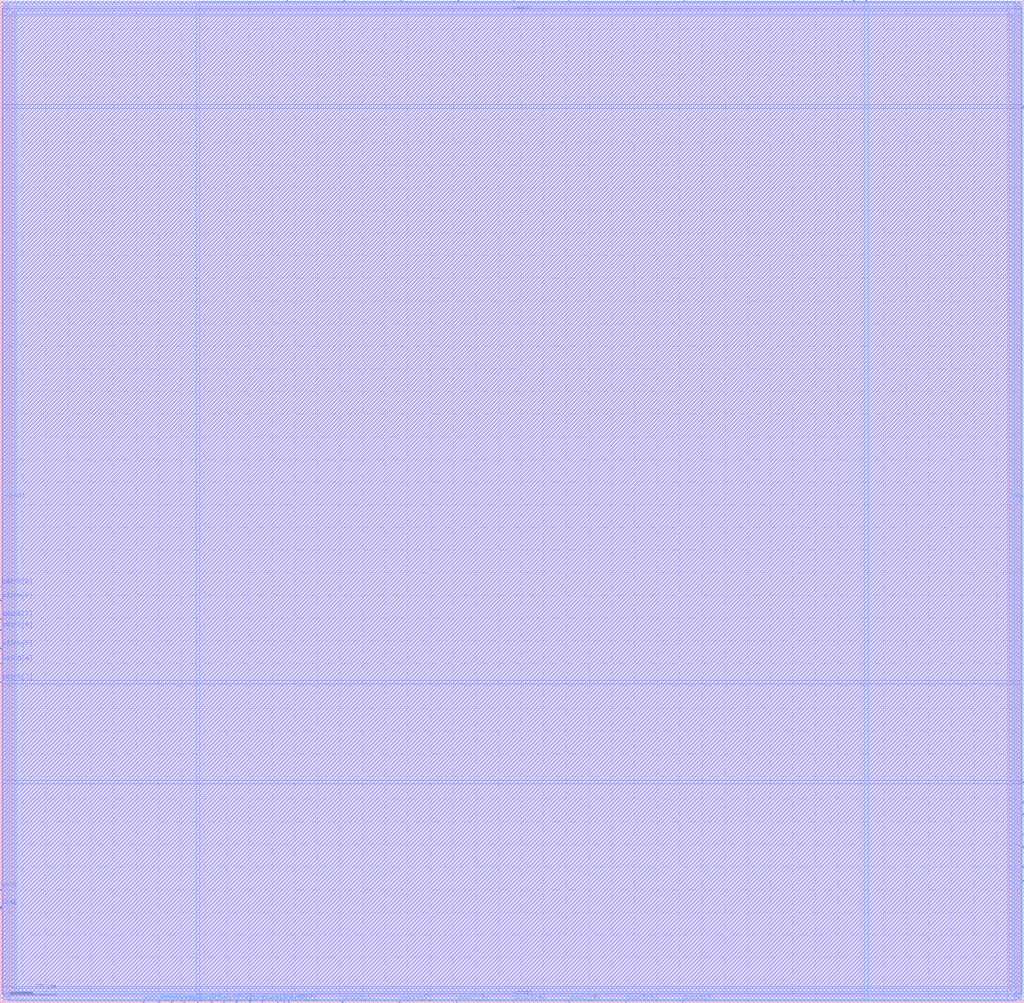
<source format=lef>
VERSION 5.4 ;
NAMESCASESENSITIVE ON ;
BUSBITCHARS "[]" ;
DIVIDERCHAR "/" ;
UNITS
  DATABASE MICRONS 2000 ;
END UNITS
MACRO sky130_sram_1kbyte_1rw1r_8x1024_8
   CLASS BLOCK ;
   SIZE 451.9 BY 443.06 ;
   SYMMETRY X Y R90 ;
   PIN din0[0]
      DIRECTION INPUT ;
      PORT
         LAYER met4 ;
         RECT  87.04 0.0 87.42 0.38 ;
      END
   END din0[0]
   PIN din0[1]
      DIRECTION INPUT ;
      PORT
         LAYER met4 ;
         RECT  93.16 0.0 93.54 0.38 ;
      END
   END din0[1]
   PIN din0[2]
      DIRECTION INPUT ;
      PORT
         LAYER met4 ;
         RECT  98.6 0.0 98.98 0.38 ;
      END
   END din0[2]
   PIN din0[3]
      DIRECTION INPUT ;
      PORT
         LAYER met4 ;
         RECT  104.04 0.0 104.42 0.38 ;
      END
   END din0[3]
   PIN din0[4]
      DIRECTION INPUT ;
      PORT
         LAYER met4 ;
         RECT  110.16 0.0 110.54 0.38 ;
      END
   END din0[4]
   PIN din0[5]
      DIRECTION INPUT ;
      PORT
         LAYER met4 ;
         RECT  115.6 0.0 115.98 0.38 ;
      END
   END din0[5]
   PIN din0[6]
      DIRECTION INPUT ;
      PORT
         LAYER met4 ;
         RECT  122.4 0.0 122.78 0.38 ;
      END
   END din0[6]
   PIN din0[7]
      DIRECTION INPUT ;
      PORT
         LAYER met4 ;
         RECT  127.16 0.0 127.54 0.38 ;
      END
   END din0[7]
   PIN addr0[0]
      DIRECTION INPUT ;
      PORT
         LAYER met4 ;
         RECT  63.24 0.0 63.62 0.38 ;
      END
   END addr0[0]
   PIN addr0[1]
      DIRECTION INPUT ;
      PORT
         LAYER met4 ;
         RECT  70.04 0.0 70.42 0.38 ;
      END
   END addr0[1]
   PIN addr0[2]
      DIRECTION INPUT ;
      PORT
         LAYER met4 ;
         RECT  75.48 0.0 75.86 0.38 ;
      END
   END addr0[2]
   PIN addr0[3]
      DIRECTION INPUT ;
      PORT
         LAYER met3 ;
         RECT  0.0 141.44 0.38 141.82 ;
      END
   END addr0[3]
   PIN addr0[4]
      DIRECTION INPUT ;
      PORT
         LAYER met3 ;
         RECT  0.0 149.6 0.38 149.98 ;
      END
   END addr0[4]
   PIN addr0[5]
      DIRECTION INPUT ;
      PORT
         LAYER met3 ;
         RECT  0.0 156.4 0.38 156.78 ;
      END
   END addr0[5]
   PIN addr0[6]
      DIRECTION INPUT ;
      PORT
         LAYER met3 ;
         RECT  0.0 164.56 0.38 164.94 ;
      END
   END addr0[6]
   PIN addr0[7]
      DIRECTION INPUT ;
      PORT
         LAYER met3 ;
         RECT  0.0 169.32 0.38 169.7 ;
      END
   END addr0[7]
   PIN addr0[8]
      DIRECTION INPUT ;
      PORT
         LAYER met3 ;
         RECT  0.0 177.48 0.38 177.86 ;
      END
   END addr0[8]
   PIN addr0[9]
      DIRECTION INPUT ;
      PORT
         LAYER met3 ;
         RECT  0.0 183.6 0.38 183.98 ;
      END
   END addr0[9]
   PIN addr1[0]
      DIRECTION INPUT ;
      PORT
         LAYER met4 ;
         RECT  382.16 442.68 382.54 443.06 ;
      END
   END addr1[0]
   PIN addr1[1]
      DIRECTION INPUT ;
      PORT
         LAYER met4 ;
         RECT  376.72 442.68 377.1 443.06 ;
      END
   END addr1[1]
   PIN addr1[2]
      DIRECTION INPUT ;
      PORT
         LAYER met4 ;
         RECT  371.28 442.68 371.66 443.06 ;
      END
   END addr1[2]
   PIN addr1[3]
      DIRECTION INPUT ;
      PORT
         LAYER met3 ;
         RECT  451.52 97.24 451.9 97.62 ;
      END
   END addr1[3]
   PIN addr1[4]
      DIRECTION INPUT ;
      PORT
         LAYER met3 ;
         RECT  451.52 88.4 451.9 88.78 ;
      END
   END addr1[4]
   PIN addr1[5]
      DIRECTION INPUT ;
      PORT
         LAYER met3 ;
         RECT  451.52 82.96 451.9 83.34 ;
      END
   END addr1[5]
   PIN addr1[6]
      DIRECTION INPUT ;
      PORT
         LAYER met3 ;
         RECT  451.52 74.12 451.9 74.5 ;
      END
   END addr1[6]
   PIN addr1[7]
      DIRECTION INPUT ;
      PORT
         LAYER met3 ;
         RECT  451.52 68.68 451.9 69.06 ;
      END
   END addr1[7]
   PIN addr1[8]
      DIRECTION INPUT ;
      PORT
         LAYER met3 ;
         RECT  451.52 59.84 451.9 60.22 ;
      END
   END addr1[8]
   PIN addr1[9]
      DIRECTION INPUT ;
      PORT
         LAYER met3 ;
         RECT  451.52 53.72 451.9 54.1 ;
      END
   END addr1[9]
   PIN csb0
      DIRECTION INPUT ;
      PORT
         LAYER met3 ;
         RECT  0.0 41.48 0.38 41.86 ;
      END
   END csb0
   PIN csb1
      DIRECTION INPUT ;
      PORT
         LAYER met3 ;
         RECT  451.52 395.76 451.9 396.14 ;
      END
   END csb1
   PIN web0
      DIRECTION INPUT ;
      PORT
         LAYER met3 ;
         RECT  0.0 49.64 0.38 50.02 ;
      END
   END web0
   PIN clk0
      DIRECTION INPUT ;
      PORT
         LAYER met3 ;
         RECT  0.0 42.16 0.38 42.54 ;
      END
   END clk0
   PIN clk1
      DIRECTION INPUT ;
      PORT
         LAYER met3 ;
         RECT  451.52 395.08 451.9 395.46 ;
      END
   END clk1
   PIN wmask0[0]
      DIRECTION INPUT ;
      PORT
         LAYER met4 ;
         RECT  80.92 0.0 81.3 0.38 ;
      END
   END wmask0[0]
   PIN dout0[0]
      DIRECTION OUTPUT ;
      PORT
         LAYER met4 ;
         RECT  125.12 0.0 125.5 0.38 ;
      END
   END dout0[0]
   PIN dout0[1]
      DIRECTION OUTPUT ;
      PORT
         LAYER met4 ;
         RECT  150.96 0.0 151.34 0.38 ;
      END
   END dout0[1]
   PIN dout0[2]
      DIRECTION OUTPUT ;
      PORT
         LAYER met4 ;
         RECT  176.12 0.0 176.5 0.38 ;
      END
   END dout0[2]
   PIN dout0[3]
      DIRECTION OUTPUT ;
      PORT
         LAYER met4 ;
         RECT  201.28 0.0 201.66 0.38 ;
      END
   END dout0[3]
   PIN dout0[4]
      DIRECTION OUTPUT ;
      PORT
         LAYER met4 ;
         RECT  226.44 0.0 226.82 0.38 ;
      END
   END dout0[4]
   PIN dout0[5]
      DIRECTION OUTPUT ;
      PORT
         LAYER met4 ;
         RECT  250.92 0.0 251.3 0.38 ;
      END
   END dout0[5]
   PIN dout0[6]
      DIRECTION OUTPUT ;
      PORT
         LAYER met4 ;
         RECT  276.08 0.0 276.46 0.38 ;
      END
   END dout0[6]
   PIN dout0[7]
      DIRECTION OUTPUT ;
      PORT
         LAYER met4 ;
         RECT  301.24 0.0 301.62 0.38 ;
      END
   END dout0[7]
   PIN dout1[0]
      DIRECTION OUTPUT ;
      PORT
         LAYER met4 ;
         RECT  126.48 442.68 126.86 443.06 ;
      END
   END dout1[0]
   PIN dout1[1]
      DIRECTION OUTPUT ;
      PORT
         LAYER met4 ;
         RECT  151.64 442.68 152.02 443.06 ;
      END
   END dout1[1]
   PIN dout1[2]
      DIRECTION OUTPUT ;
      PORT
         LAYER met4 ;
         RECT  176.8 442.68 177.18 443.06 ;
      END
   END dout1[2]
   PIN dout1[3]
      DIRECTION OUTPUT ;
      PORT
         LAYER met4 ;
         RECT  201.96 442.68 202.34 443.06 ;
      END
   END dout1[3]
   PIN dout1[4]
      DIRECTION OUTPUT ;
      PORT
         LAYER met4 ;
         RECT  226.44 442.68 226.82 443.06 ;
      END
   END dout1[4]
   PIN dout1[5]
      DIRECTION OUTPUT ;
      PORT
         LAYER met4 ;
         RECT  250.92 442.68 251.3 443.06 ;
      END
   END dout1[5]
   PIN dout1[6]
      DIRECTION OUTPUT ;
      PORT
         LAYER met4 ;
         RECT  276.76 442.68 277.14 443.06 ;
      END
   END dout1[6]
   PIN dout1[7]
      DIRECTION OUTPUT ;
      PORT
         LAYER met4 ;
         RECT  301.92 442.68 302.3 443.06 ;
      END
   END dout1[7]
   PIN vccd1
      DIRECTION INOUT ;
      USE POWER ; 
      SHAPE ABUTMENT ; 
      PORT
         LAYER met4 ;
         RECT  448.8 1.36 450.54 441.7 ;
         LAYER met3 ;
         RECT  1.36 439.96 450.54 441.7 ;
         LAYER met4 ;
         RECT  1.36 1.36 3.1 441.7 ;
         LAYER met3 ;
         RECT  1.36 1.36 450.54 3.1 ;
      END
   END vccd1
   PIN vssd1
      DIRECTION INOUT ;
      USE GROUND ; 
      SHAPE ABUTMENT ; 
      PORT
         LAYER met3 ;
         RECT  4.76 4.76 447.14 6.5 ;
         LAYER met4 ;
         RECT  4.76 4.76 6.5 438.3 ;
         LAYER met3 ;
         RECT  4.76 436.56 447.14 438.3 ;
         LAYER met4 ;
         RECT  445.4 4.76 447.14 438.3 ;
      END
   END vssd1
   OBS
   LAYER  met1 ;
      RECT  0.62 0.62 451.28 442.44 ;
   LAYER  met2 ;
      RECT  0.62 0.62 451.28 442.44 ;
   LAYER  met3 ;
      RECT  0.98 140.84 451.28 142.42 ;
      RECT  0.62 142.42 0.98 149.0 ;
      RECT  0.62 150.58 0.98 155.8 ;
      RECT  0.62 157.38 0.98 163.96 ;
      RECT  0.62 165.54 0.98 168.72 ;
      RECT  0.62 170.3 0.98 176.88 ;
      RECT  0.62 178.46 0.98 183.0 ;
      RECT  0.98 96.64 450.92 98.22 ;
      RECT  0.98 98.22 450.92 140.84 ;
      RECT  450.92 98.22 451.28 140.84 ;
      RECT  450.92 89.38 451.28 96.64 ;
      RECT  450.92 83.94 451.28 87.8 ;
      RECT  450.92 75.1 451.28 82.36 ;
      RECT  450.92 69.66 451.28 73.52 ;
      RECT  450.92 60.82 451.28 68.08 ;
      RECT  450.92 54.7 451.28 59.24 ;
      RECT  0.98 142.42 450.92 395.16 ;
      RECT  0.98 395.16 450.92 396.74 ;
      RECT  0.62 50.62 0.98 140.84 ;
      RECT  0.62 43.14 0.98 49.04 ;
      RECT  450.92 142.42 451.28 394.48 ;
      RECT  0.62 184.58 0.76 439.36 ;
      RECT  0.62 439.36 0.76 442.3 ;
      RECT  0.62 442.3 0.76 442.44 ;
      RECT  0.76 184.58 0.98 439.36 ;
      RECT  0.76 442.3 0.98 442.44 ;
      RECT  0.98 442.3 450.92 442.44 ;
      RECT  450.92 396.74 451.14 439.36 ;
      RECT  450.92 442.3 451.14 442.44 ;
      RECT  451.14 396.74 451.28 439.36 ;
      RECT  451.14 439.36 451.28 442.3 ;
      RECT  451.14 442.3 451.28 442.44 ;
      RECT  0.98 0.62 450.92 0.76 ;
      RECT  450.92 0.62 451.14 0.76 ;
      RECT  450.92 3.7 451.14 53.12 ;
      RECT  451.14 0.62 451.28 0.76 ;
      RECT  451.14 0.76 451.28 3.7 ;
      RECT  451.14 3.7 451.28 53.12 ;
      RECT  0.62 0.62 0.76 0.76 ;
      RECT  0.62 0.76 0.76 3.7 ;
      RECT  0.62 3.7 0.76 40.88 ;
      RECT  0.76 0.62 0.98 0.76 ;
      RECT  0.76 3.7 0.98 40.88 ;
      RECT  0.98 3.7 4.16 4.16 ;
      RECT  0.98 4.16 4.16 7.1 ;
      RECT  0.98 7.1 4.16 96.64 ;
      RECT  4.16 3.7 447.74 4.16 ;
      RECT  4.16 7.1 447.74 96.64 ;
      RECT  447.74 3.7 450.92 4.16 ;
      RECT  447.74 4.16 450.92 7.1 ;
      RECT  447.74 7.1 450.92 96.64 ;
      RECT  0.98 396.74 4.16 435.96 ;
      RECT  0.98 435.96 4.16 438.9 ;
      RECT  0.98 438.9 4.16 439.36 ;
      RECT  4.16 396.74 447.74 435.96 ;
      RECT  4.16 438.9 447.74 439.36 ;
      RECT  447.74 396.74 450.92 435.96 ;
      RECT  447.74 435.96 450.92 438.9 ;
      RECT  447.74 438.9 450.92 439.36 ;
   LAYER  met4 ;
      RECT  86.44 0.98 88.02 442.44 ;
      RECT  88.02 0.62 92.56 0.98 ;
      RECT  94.14 0.62 98.0 0.98 ;
      RECT  99.58 0.62 103.44 0.98 ;
      RECT  105.02 0.62 109.56 0.98 ;
      RECT  111.14 0.62 115.0 0.98 ;
      RECT  116.58 0.62 121.8 0.98 ;
      RECT  64.22 0.62 69.44 0.98 ;
      RECT  71.02 0.62 74.88 0.98 ;
      RECT  88.02 0.98 381.56 442.08 ;
      RECT  381.56 0.98 383.14 442.08 ;
      RECT  377.7 442.08 381.56 442.44 ;
      RECT  372.26 442.08 376.12 442.44 ;
      RECT  76.46 0.62 80.32 0.98 ;
      RECT  81.9 0.62 86.44 0.98 ;
      RECT  123.38 0.62 124.52 0.98 ;
      RECT  126.1 0.62 126.56 0.98 ;
      RECT  128.14 0.62 150.36 0.98 ;
      RECT  151.94 0.62 175.52 0.98 ;
      RECT  177.1 0.62 200.68 0.98 ;
      RECT  202.26 0.62 225.84 0.98 ;
      RECT  227.42 0.62 250.32 0.98 ;
      RECT  251.9 0.62 275.48 0.98 ;
      RECT  277.06 0.62 300.64 0.98 ;
      RECT  88.02 442.08 125.88 442.44 ;
      RECT  127.46 442.08 151.04 442.44 ;
      RECT  152.62 442.08 176.2 442.44 ;
      RECT  177.78 442.08 201.36 442.44 ;
      RECT  202.94 442.08 225.84 442.44 ;
      RECT  227.42 442.08 250.32 442.44 ;
      RECT  251.9 442.08 276.16 442.44 ;
      RECT  277.74 442.08 301.32 442.44 ;
      RECT  302.9 442.08 370.68 442.44 ;
      RECT  451.14 0.98 451.28 442.08 ;
      RECT  383.14 442.08 448.2 442.3 ;
      RECT  383.14 442.3 448.2 442.44 ;
      RECT  448.2 442.3 451.14 442.44 ;
      RECT  451.14 442.08 451.28 442.3 ;
      RECT  451.14 442.3 451.28 442.44 ;
      RECT  302.22 0.62 448.2 0.76 ;
      RECT  302.22 0.76 448.2 0.98 ;
      RECT  448.2 0.62 451.14 0.76 ;
      RECT  451.14 0.62 451.28 0.76 ;
      RECT  451.14 0.76 451.28 0.98 ;
      RECT  0.62 0.98 0.76 442.3 ;
      RECT  0.62 442.3 0.76 442.44 ;
      RECT  0.76 442.3 3.7 442.44 ;
      RECT  3.7 442.3 86.44 442.44 ;
      RECT  0.62 0.62 0.76 0.76 ;
      RECT  0.62 0.76 0.76 0.98 ;
      RECT  0.76 0.62 3.7 0.76 ;
      RECT  3.7 0.62 62.64 0.76 ;
      RECT  3.7 0.76 62.64 0.98 ;
      RECT  3.7 0.98 4.16 4.16 ;
      RECT  3.7 4.16 4.16 438.9 ;
      RECT  3.7 438.9 4.16 442.3 ;
      RECT  4.16 0.98 7.1 4.16 ;
      RECT  4.16 438.9 7.1 442.3 ;
      RECT  7.1 0.98 86.44 4.16 ;
      RECT  7.1 4.16 86.44 438.9 ;
      RECT  7.1 438.9 86.44 442.3 ;
      RECT  383.14 0.98 444.8 4.16 ;
      RECT  383.14 4.16 444.8 438.9 ;
      RECT  383.14 438.9 444.8 442.08 ;
      RECT  444.8 0.98 447.74 4.16 ;
      RECT  444.8 438.9 447.74 442.08 ;
      RECT  447.74 0.98 448.2 4.16 ;
      RECT  447.74 4.16 448.2 438.9 ;
      RECT  447.74 438.9 448.2 442.08 ;
   END
END    sky130_sram_1kbyte_1rw1r_8x1024_8
END    LIBRARY

</source>
